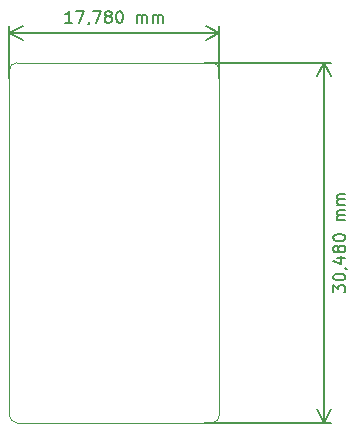
<source format=gbr>
%TF.GenerationSoftware,KiCad,Pcbnew,5.1.5+dfsg1-2~bpo10+1*%
%TF.CreationDate,Date%
%TF.ProjectId,ProMicro_BUS,50726f4d-6963-4726-9f5f-4255532e6b69,v1.2*%
%TF.SameCoordinates,Original*%
%TF.FileFunction,OtherDrawing,Comment*%
%FSLAX45Y45*%
G04 Gerber Fmt 4.5, Leading zero omitted, Abs format (unit mm)*
G04 Created by KiCad*
%MOMM*%
%LPD*%
G04 APERTURE LIST*
%ADD10C,0.150000*%
%ADD11C,0.100000*%
G04 APERTURE END LIST*
D10*
X2615238Y-1816048D02*
X2615238Y-1754143D01*
X2653333Y-1787476D01*
X2653333Y-1773190D01*
X2658095Y-1763667D01*
X2662857Y-1758905D01*
X2672381Y-1754143D01*
X2696190Y-1754143D01*
X2705714Y-1758905D01*
X2710476Y-1763667D01*
X2715238Y-1773190D01*
X2715238Y-1801762D01*
X2710476Y-1811286D01*
X2705714Y-1816048D01*
X2615238Y-1692238D02*
X2615238Y-1682714D01*
X2620000Y-1673190D01*
X2624762Y-1668428D01*
X2634286Y-1663667D01*
X2653333Y-1658905D01*
X2677143Y-1658905D01*
X2696190Y-1663667D01*
X2705714Y-1668428D01*
X2710476Y-1673190D01*
X2715238Y-1682714D01*
X2715238Y-1692238D01*
X2710476Y-1701762D01*
X2705714Y-1706524D01*
X2696190Y-1711286D01*
X2677143Y-1716048D01*
X2653333Y-1716048D01*
X2634286Y-1711286D01*
X2624762Y-1706524D01*
X2620000Y-1701762D01*
X2615238Y-1692238D01*
X2710476Y-1611286D02*
X2715238Y-1611286D01*
X2724762Y-1616048D01*
X2729524Y-1620809D01*
X2648571Y-1525571D02*
X2715238Y-1525571D01*
X2610476Y-1549381D02*
X2681905Y-1573190D01*
X2681905Y-1511286D01*
X2658095Y-1458905D02*
X2653333Y-1468428D01*
X2648571Y-1473190D01*
X2639048Y-1477952D01*
X2634286Y-1477952D01*
X2624762Y-1473190D01*
X2620000Y-1468428D01*
X2615238Y-1458905D01*
X2615238Y-1439857D01*
X2620000Y-1430333D01*
X2624762Y-1425571D01*
X2634286Y-1420809D01*
X2639048Y-1420809D01*
X2648571Y-1425571D01*
X2653333Y-1430333D01*
X2658095Y-1439857D01*
X2658095Y-1458905D01*
X2662857Y-1468428D01*
X2667619Y-1473190D01*
X2677143Y-1477952D01*
X2696190Y-1477952D01*
X2705714Y-1473190D01*
X2710476Y-1468428D01*
X2715238Y-1458905D01*
X2715238Y-1439857D01*
X2710476Y-1430333D01*
X2705714Y-1425571D01*
X2696190Y-1420809D01*
X2677143Y-1420809D01*
X2667619Y-1425571D01*
X2662857Y-1430333D01*
X2658095Y-1439857D01*
X2615238Y-1358905D02*
X2615238Y-1349381D01*
X2620000Y-1339857D01*
X2624762Y-1335095D01*
X2634286Y-1330333D01*
X2653333Y-1325571D01*
X2677143Y-1325571D01*
X2696190Y-1330333D01*
X2705714Y-1335095D01*
X2710476Y-1339857D01*
X2715238Y-1349381D01*
X2715238Y-1358905D01*
X2710476Y-1368429D01*
X2705714Y-1373190D01*
X2696190Y-1377952D01*
X2677143Y-1382714D01*
X2653333Y-1382714D01*
X2634286Y-1377952D01*
X2624762Y-1373190D01*
X2620000Y-1368429D01*
X2615238Y-1358905D01*
X2715238Y-1206524D02*
X2648571Y-1206524D01*
X2658095Y-1206524D02*
X2653333Y-1201762D01*
X2648571Y-1192238D01*
X2648571Y-1177952D01*
X2653333Y-1168429D01*
X2662857Y-1163667D01*
X2715238Y-1163667D01*
X2662857Y-1163667D02*
X2653333Y-1158905D01*
X2648571Y-1149381D01*
X2648571Y-1135095D01*
X2653333Y-1125571D01*
X2662857Y-1120810D01*
X2715238Y-1120810D01*
X2715238Y-1073190D02*
X2648571Y-1073190D01*
X2658095Y-1073190D02*
X2653333Y-1068429D01*
X2648571Y-1058905D01*
X2648571Y-1044619D01*
X2653333Y-1035095D01*
X2662857Y-1030333D01*
X2715238Y-1030333D01*
X2662857Y-1030333D02*
X2653333Y-1025571D01*
X2648571Y-1016048D01*
X2648571Y-1001762D01*
X2653333Y-992238D01*
X2662857Y-987476D01*
X2715238Y-987476D01*
X2540000Y-2921000D02*
X2540000Y127000D01*
X1524000Y-2921000D02*
X2598642Y-2921000D01*
X1524000Y127000D02*
X2598642Y127000D01*
X2540000Y127000D02*
X2598642Y14350D01*
X2540000Y127000D02*
X2481358Y14350D01*
X2540000Y-2921000D02*
X2598642Y-2808350D01*
X2540000Y-2921000D02*
X2481358Y-2808350D01*
D11*
X1651000Y63500D02*
X1651000Y-2857500D01*
X-127000Y-2857500D02*
X-127000Y63500D01*
D10*
X404857Y465762D02*
X347714Y465762D01*
X376286Y465762D02*
X376286Y565762D01*
X366762Y551476D01*
X357238Y541952D01*
X347714Y537191D01*
X438190Y565762D02*
X504857Y565762D01*
X462000Y465762D01*
X547714Y470524D02*
X547714Y465762D01*
X542952Y456238D01*
X538190Y451476D01*
X581048Y565762D02*
X647714Y565762D01*
X604857Y465762D01*
X700095Y522905D02*
X690571Y527667D01*
X685810Y532429D01*
X681048Y541952D01*
X681048Y546714D01*
X685810Y556238D01*
X690571Y561000D01*
X700095Y565762D01*
X719143Y565762D01*
X728667Y561000D01*
X733428Y556238D01*
X738190Y546714D01*
X738190Y541952D01*
X733428Y532429D01*
X728667Y527667D01*
X719143Y522905D01*
X700095Y522905D01*
X690571Y518143D01*
X685810Y513381D01*
X681048Y503857D01*
X681048Y484810D01*
X685810Y475286D01*
X690571Y470524D01*
X700095Y465762D01*
X719143Y465762D01*
X728667Y470524D01*
X733428Y475286D01*
X738190Y484810D01*
X738190Y503857D01*
X733428Y513381D01*
X728667Y518143D01*
X719143Y522905D01*
X800095Y565762D02*
X809619Y565762D01*
X819143Y561000D01*
X823905Y556238D01*
X828667Y546714D01*
X833428Y527667D01*
X833428Y503857D01*
X828667Y484810D01*
X823905Y475286D01*
X819143Y470524D01*
X809619Y465762D01*
X800095Y465762D01*
X790571Y470524D01*
X785809Y475286D01*
X781048Y484810D01*
X776286Y503857D01*
X776286Y527667D01*
X781048Y546714D01*
X785809Y556238D01*
X790571Y561000D01*
X800095Y565762D01*
X952476Y465762D02*
X952476Y532429D01*
X952476Y522905D02*
X957238Y527667D01*
X966762Y532429D01*
X981048Y532429D01*
X990571Y527667D01*
X995333Y518143D01*
X995333Y465762D01*
X995333Y518143D02*
X1000095Y527667D01*
X1009619Y532429D01*
X1023905Y532429D01*
X1033428Y527667D01*
X1038190Y518143D01*
X1038190Y465762D01*
X1085810Y465762D02*
X1085810Y532429D01*
X1085810Y522905D02*
X1090571Y527667D01*
X1100095Y532429D01*
X1114381Y532429D01*
X1123905Y527667D01*
X1128667Y518143D01*
X1128667Y465762D01*
X1128667Y518143D02*
X1133429Y527667D01*
X1142952Y532429D01*
X1157238Y532429D01*
X1166762Y527667D01*
X1171524Y518143D01*
X1171524Y465762D01*
X-127000Y381000D02*
X1651000Y381000D01*
X-127000Y0D02*
X-127000Y439642D01*
X1651000Y0D02*
X1651000Y439642D01*
X1651000Y381000D02*
X1538350Y322358D01*
X1651000Y381000D02*
X1538350Y439642D01*
X-127000Y381000D02*
X-14350Y322358D01*
X-127000Y381000D02*
X-14350Y439642D01*
D11*
X-63500Y-2921000D02*
G75*
G02X-127000Y-2857500I0J63500D01*
G01*
X1651000Y-2857500D02*
G75*
G02X1587500Y-2921000I-63500J0D01*
G01*
X1587500Y127000D02*
G75*
G02X1651000Y63500I0J-63500D01*
G01*
X-127000Y63500D02*
G75*
G02X-63500Y127000I63500J0D01*
G01*
X1587500Y-2921000D02*
X-63500Y-2921000D01*
X-63500Y127000D02*
X1587500Y127000D01*
M02*

</source>
